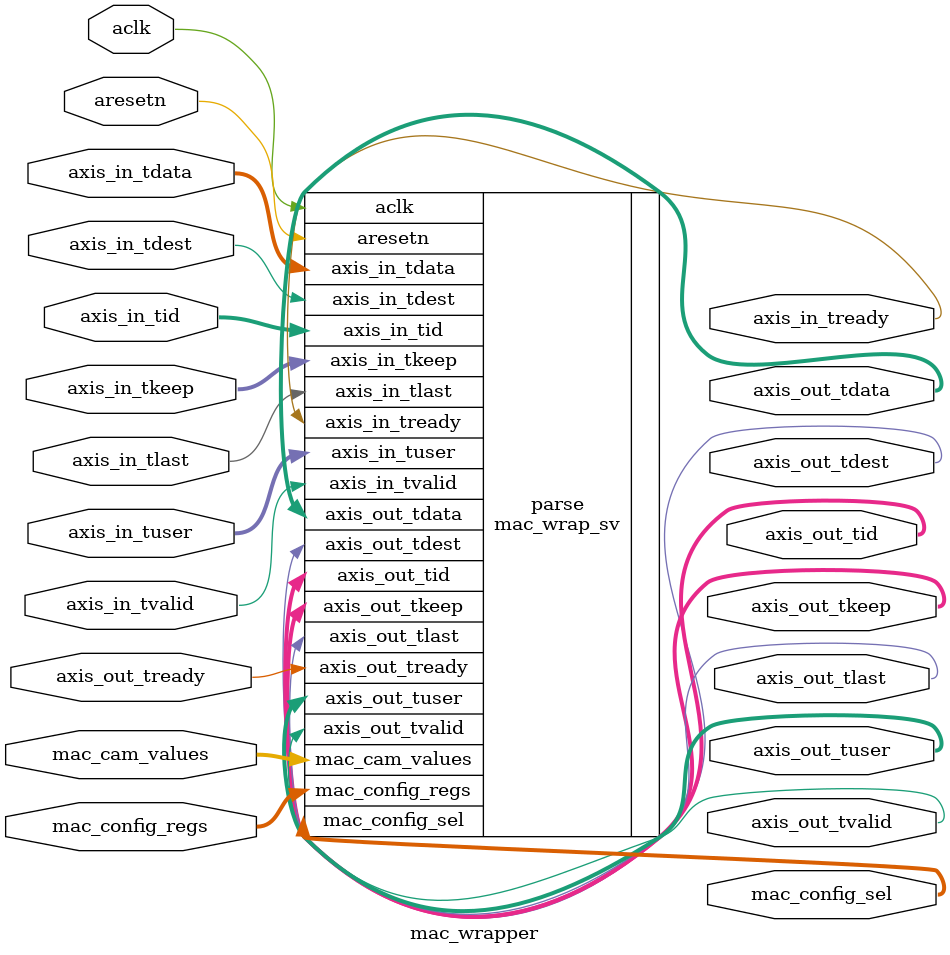
<source format=v>
`timescale 1ns / 1ps
`default_nettype none




`define DA_MAC_SIZE 48
`define SA_MAC_SIZE 48
`define ET_SIZE 16




//The MAC Parser Module
module mac_wrapper
#(
    //AXI Stream Params
    parameter AXIS_BUS_WIDTH = 64,
    parameter AXIS_ID_WIDTH = 4,
    parameter AXIS_DEST_WIDTH = 0,

    //Derived params for AXI Stream
    localparam NUM_BUS_BYTES = AXIS_BUS_WIDTH/8,
    localparam NUM_AXIS_ID = (2**AXIS_ID_WIDTH),

    localparam EFF_ID_WIDTH = (AXIS_ID_WIDTH < 1) ? 1 : AXIS_ID_WIDTH,
    localparam EFF_DEST_WIDTH = (AXIS_DEST_WIDTH < 1) ? 1 : AXIS_DEST_WIDTH,

    //Network Packet Params
    parameter MAX_PACKET_LENGTH = 1522,

    //Constants and Derived params for network packet
    localparam PACKET_LENGTH_CBITS = $clog2(MAX_PACKET_LENGTH+1),

    //Packed input signals size
    localparam MAC_TUSER_IN_WIDTH = NUM_AXIS_ID,
    localparam MAC_TUSER_OUT_WDITH = NUM_AXIS_ID + PACKET_LENGTH_CBITS + `ET_SIZE + 8,
    localparam MAC_CONFIG_SEL_WIDTH = EFF_ID_WIDTH + EFF_DEST_WIDTH,
    localparam MAC_CONFIG_REG_WIDTH = `SA_MAC_SIZE + `DA_MAC_SIZE + 4,
    localparam MAC_CAM_WIDTH = (`SA_MAC_SIZE + 1) * NUM_AXIS_ID,

    //Features to implement
    parameter INGRESS = 0,
    parameter INCLUDE_MAC_NEXT_ACL = 1,
    parameter INCLUDE_MAC_SRC_ACL = 1,
    parameter INCLUDE_MAC_DEST_ACL = 1,
    parameter INCLUDE_MAC_DEST_CAM = 1,

    //Retiming register stages (to be modified until timing met)
    parameter RETIMING_STAGES = 0
)
(
    //Input AXI stream
    input wire [AXIS_BUS_WIDTH-1:0]       axis_in_tdata,
    input wire [(2**AXIS_ID_WIDTH)-1:0]   axis_in_tuser, // [MAC_TUSER_IN_WIDTH-1:0]
    input wire [((AXIS_ID_WIDTH<1)?1:AXIS_ID_WIDTH)-1:0]        
                                          axis_in_tid,
    input wire [((AXIS_DEST_WIDTH<1)?1:AXIS_DEST_WIDTH)-1:0]
                                          axis_in_tdest,                                          
    input wire [(AXIS_BUS_WIDTH/8)-1:0]   axis_in_tkeep,
    input wire                            axis_in_tlast,
    input wire                            axis_in_tvalid,
    output wire                           axis_in_tready,
    
    //Output AXI stream
    output wire [AXIS_BUS_WIDTH-1:0]      axis_out_tdata,
    output wire [((2**AXIS_ID_WIDTH)+$clog2(MAX_PACKET_LENGTH+1)+`ET_SIZE+8)-1:0] // [MAC_TUSER_OUT_WDITH-1:0]
                                          axis_out_tuser,
    output wire [((AXIS_ID_WIDTH<1)?1:AXIS_ID_WIDTH)-1:0]       
                                          axis_out_tid,
    output wire [((AXIS_DEST_WIDTH<1)?1:AXIS_DEST_WIDTH)-1:0]
                                          axis_out_tdest,                                           
    output wire [(AXIS_BUS_WIDTH/8)-1:0]  axis_out_tkeep,
    output wire                           axis_out_tlast,
    output wire                           axis_out_tvalid,
    input wire                            axis_out_tready,

    //Configuration register inputs (used for ACL and CAM)
    output wire [(((AXIS_ID_WIDTH<1)?1:AXIS_ID_WIDTH)+((AXIS_DEST_WIDTH<1)?1:AXIS_DEST_WIDTH))-1:0]  
                                            mac_config_sel,
    input wire [(`SA_MAC_SIZE+`DA_MAC_SIZE+4)-1:0]   
                                            mac_config_regs,
    input wire [((`SA_MAC_SIZE+1)*(2**AXIS_ID_WIDTH))-1:0]          
                                            mac_cam_values,

    //Clocking
    input wire  aclk,
    input wire  aresetn
);



    mac_wrap_sv
    #(
        .AXIS_BUS_WIDTH          (AXIS_BUS_WIDTH),
        .AXIS_ID_WIDTH           (AXIS_ID_WIDTH),
        .AXIS_DEST_WIDTH         (AXIS_DEST_WIDTH),
        .MAX_PACKET_LENGTH       (MAX_PACKET_LENGTH),
        .INGRESS                 (INGRESS),
        .INCLUDE_MAC_NEXT_ACL    (INCLUDE_MAC_NEXT_ACL),
        .INCLUDE_MAC_SRC_ACL     (INCLUDE_MAC_SRC_ACL),
        .INCLUDE_MAC_DEST_ACL    (INCLUDE_MAC_DEST_ACL),
        .INCLUDE_MAC_DEST_CAM    (INCLUDE_MAC_DEST_CAM)    
    )
    parse
    (
        .axis_in_tdata (axis_in_tdata),
        .axis_in_tuser (axis_in_tuser),
        .axis_in_tid (axis_in_tid),
        .axis_in_tdest (axis_in_tdest),                                          
        .axis_in_tkeep (axis_in_tkeep),
        .axis_in_tlast (axis_in_tlast),
        .axis_in_tvalid (axis_in_tvalid),
        .axis_in_tready (axis_in_tready),
        
        .axis_out_tdata (axis_out_tdata),
        .axis_out_tuser (axis_out_tuser),
        .axis_out_tid (axis_out_tid),
        .axis_out_tdest (axis_out_tdest),                                           
        .axis_out_tkeep (axis_out_tkeep),
        .axis_out_tlast (axis_out_tlast),
        .axis_out_tvalid (axis_out_tvalid),
        .axis_out_tready (axis_out_tready),

        .mac_config_sel (mac_config_sel),
        .mac_config_regs (mac_config_regs),
        .mac_cam_values (mac_cam_values),

        .aclk (aclk),
        .aresetn (aresetn)
    );




endmodule

`default_nettype wire
</source>
